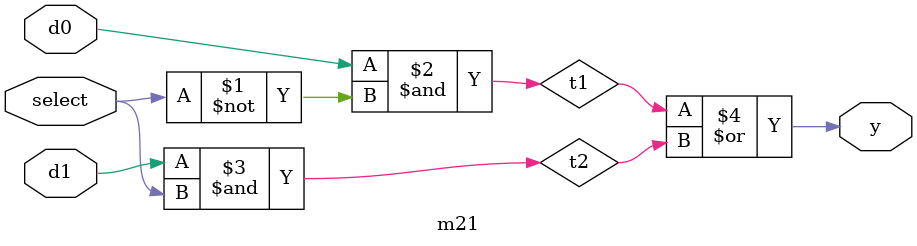
<source format=v>
module m21(y,d0,d1,select);
    output y;
    input d0,d1,select;
    wire t1,t2;

    and (t1,d0,~select), (t2,d1,select);
    or (y,t1,t2);

endmodule

</source>
